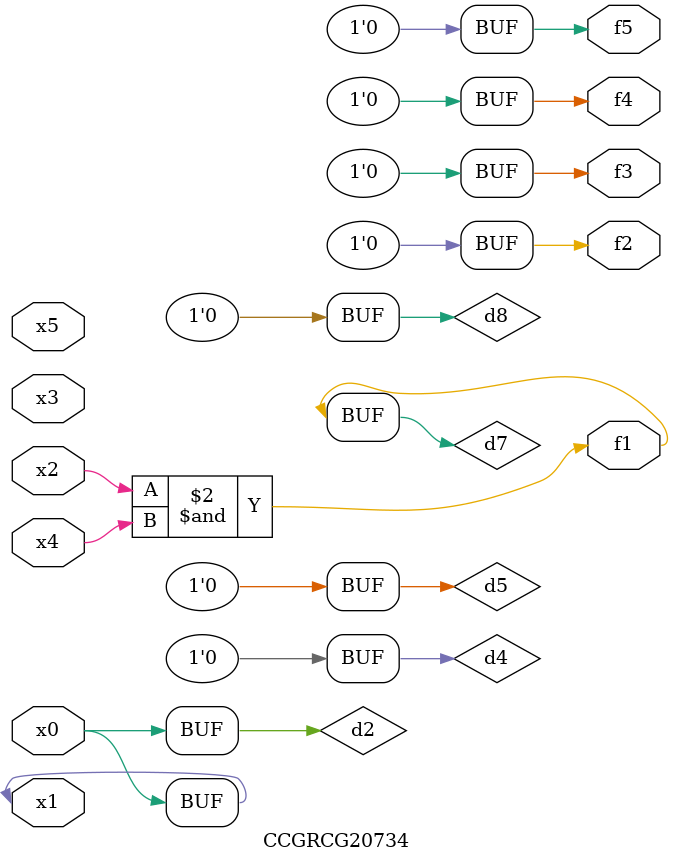
<source format=v>
module CCGRCG20734(
	input x0, x1, x2, x3, x4, x5,
	output f1, f2, f3, f4, f5
);

	wire d1, d2, d3, d4, d5, d6, d7, d8, d9;

	nand (d1, x1);
	buf (d2, x0, x1);
	nand (d3, x2, x4);
	and (d4, d1, d2);
	and (d5, d1, d2);
	nand (d6, d1, d3);
	not (d7, d3);
	xor (d8, d5);
	nor (d9, d5, d6);
	assign f1 = d7;
	assign f2 = d8;
	assign f3 = d8;
	assign f4 = d8;
	assign f5 = d8;
endmodule

</source>
